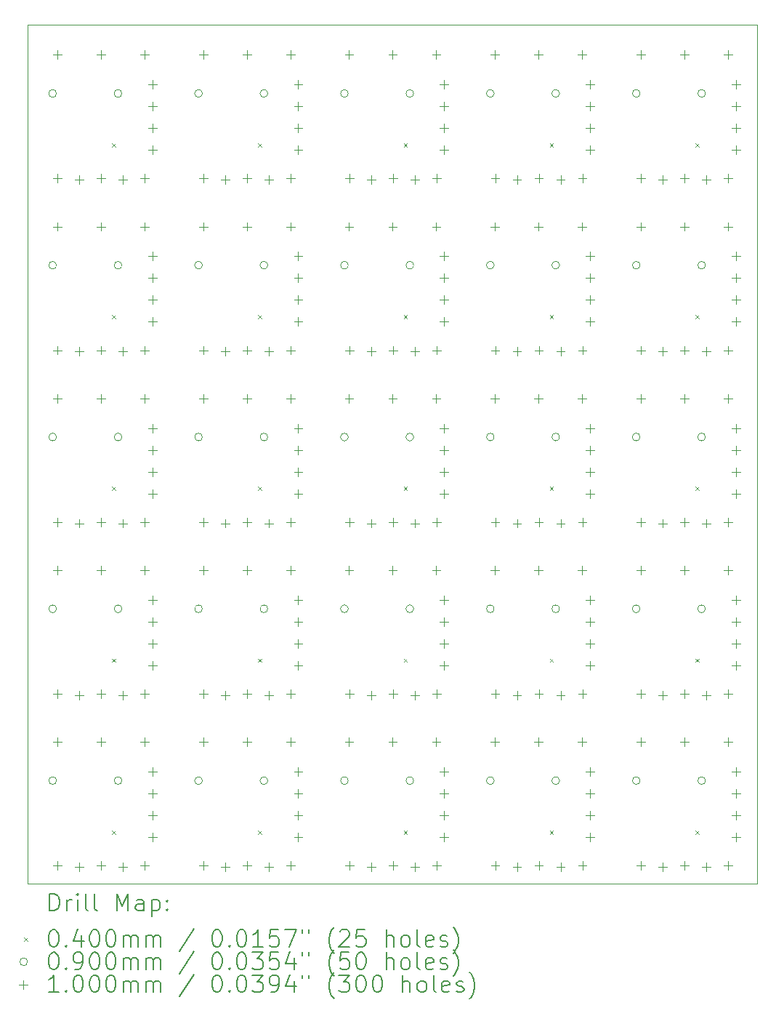
<source format=gbr>
%FSLAX45Y45*%
G04 Gerber Fmt 4.5, Leading zero omitted, Abs format (unit mm)*
G04 Created by KiCad (PCBNEW (6.0.5)) date 2022-07-01 01:15:07*
%MOMM*%
%LPD*%
G01*
G04 APERTURE LIST*
%TA.AperFunction,Profile*%
%ADD10C,0.100000*%
%TD*%
%ADD11C,0.200000*%
%ADD12C,0.040000*%
%ADD13C,0.090000*%
%ADD14C,0.100000*%
G04 APERTURE END LIST*
D10*
X13950000Y-8000000D02*
X22450000Y-8000000D01*
X22450000Y-8000000D02*
X22450000Y-18000000D01*
X22450000Y-18000000D02*
X13950000Y-18000000D01*
X13950000Y-18000000D02*
X13950000Y-8000000D01*
D11*
D12*
X14930000Y-9380000D02*
X14970000Y-9420000D01*
X14970000Y-9380000D02*
X14930000Y-9420000D01*
X14930000Y-11380000D02*
X14970000Y-11420000D01*
X14970000Y-11380000D02*
X14930000Y-11420000D01*
X14930000Y-13380000D02*
X14970000Y-13420000D01*
X14970000Y-13380000D02*
X14930000Y-13420000D01*
X14930000Y-15380000D02*
X14970000Y-15420000D01*
X14970000Y-15380000D02*
X14930000Y-15420000D01*
X14930000Y-17380000D02*
X14970000Y-17420000D01*
X14970000Y-17380000D02*
X14930000Y-17420000D01*
X16630000Y-9380000D02*
X16670000Y-9420000D01*
X16670000Y-9380000D02*
X16630000Y-9420000D01*
X16630000Y-11380000D02*
X16670000Y-11420000D01*
X16670000Y-11380000D02*
X16630000Y-11420000D01*
X16630000Y-13380000D02*
X16670000Y-13420000D01*
X16670000Y-13380000D02*
X16630000Y-13420000D01*
X16630000Y-15380000D02*
X16670000Y-15420000D01*
X16670000Y-15380000D02*
X16630000Y-15420000D01*
X16630000Y-17380000D02*
X16670000Y-17420000D01*
X16670000Y-17380000D02*
X16630000Y-17420000D01*
X18330000Y-9380000D02*
X18370000Y-9420000D01*
X18370000Y-9380000D02*
X18330000Y-9420000D01*
X18330000Y-11380000D02*
X18370000Y-11420000D01*
X18370000Y-11380000D02*
X18330000Y-11420000D01*
X18330000Y-13380000D02*
X18370000Y-13420000D01*
X18370000Y-13380000D02*
X18330000Y-13420000D01*
X18330000Y-15380000D02*
X18370000Y-15420000D01*
X18370000Y-15380000D02*
X18330000Y-15420000D01*
X18330000Y-17380000D02*
X18370000Y-17420000D01*
X18370000Y-17380000D02*
X18330000Y-17420000D01*
X20030000Y-9380000D02*
X20070000Y-9420000D01*
X20070000Y-9380000D02*
X20030000Y-9420000D01*
X20030000Y-11380000D02*
X20070000Y-11420000D01*
X20070000Y-11380000D02*
X20030000Y-11420000D01*
X20030000Y-13380000D02*
X20070000Y-13420000D01*
X20070000Y-13380000D02*
X20030000Y-13420000D01*
X20030000Y-15380000D02*
X20070000Y-15420000D01*
X20070000Y-15380000D02*
X20030000Y-15420000D01*
X20030000Y-17380000D02*
X20070000Y-17420000D01*
X20070000Y-17380000D02*
X20030000Y-17420000D01*
X21730000Y-9380000D02*
X21770000Y-9420000D01*
X21770000Y-9380000D02*
X21730000Y-9420000D01*
X21730000Y-11380000D02*
X21770000Y-11420000D01*
X21770000Y-11380000D02*
X21730000Y-11420000D01*
X21730000Y-13380000D02*
X21770000Y-13420000D01*
X21770000Y-13380000D02*
X21730000Y-13420000D01*
X21730000Y-15380000D02*
X21770000Y-15420000D01*
X21770000Y-15380000D02*
X21730000Y-15420000D01*
X21730000Y-17380000D02*
X21770000Y-17420000D01*
X21770000Y-17380000D02*
X21730000Y-17420000D01*
D13*
X14283000Y-8800000D02*
G75*
G03*
X14283000Y-8800000I-45000J0D01*
G01*
X14283000Y-10800000D02*
G75*
G03*
X14283000Y-10800000I-45000J0D01*
G01*
X14283000Y-12800000D02*
G75*
G03*
X14283000Y-12800000I-45000J0D01*
G01*
X14283000Y-14800000D02*
G75*
G03*
X14283000Y-14800000I-45000J0D01*
G01*
X14283000Y-16800000D02*
G75*
G03*
X14283000Y-16800000I-45000J0D01*
G01*
X15045000Y-8800000D02*
G75*
G03*
X15045000Y-8800000I-45000J0D01*
G01*
X15045000Y-10800000D02*
G75*
G03*
X15045000Y-10800000I-45000J0D01*
G01*
X15045000Y-12800000D02*
G75*
G03*
X15045000Y-12800000I-45000J0D01*
G01*
X15045000Y-14800000D02*
G75*
G03*
X15045000Y-14800000I-45000J0D01*
G01*
X15045000Y-16800000D02*
G75*
G03*
X15045000Y-16800000I-45000J0D01*
G01*
X15983000Y-8800000D02*
G75*
G03*
X15983000Y-8800000I-45000J0D01*
G01*
X15983000Y-10800000D02*
G75*
G03*
X15983000Y-10800000I-45000J0D01*
G01*
X15983000Y-12800000D02*
G75*
G03*
X15983000Y-12800000I-45000J0D01*
G01*
X15983000Y-14800000D02*
G75*
G03*
X15983000Y-14800000I-45000J0D01*
G01*
X15983000Y-16800000D02*
G75*
G03*
X15983000Y-16800000I-45000J0D01*
G01*
X16745000Y-8800000D02*
G75*
G03*
X16745000Y-8800000I-45000J0D01*
G01*
X16745000Y-10800000D02*
G75*
G03*
X16745000Y-10800000I-45000J0D01*
G01*
X16745000Y-12800000D02*
G75*
G03*
X16745000Y-12800000I-45000J0D01*
G01*
X16745000Y-14800000D02*
G75*
G03*
X16745000Y-14800000I-45000J0D01*
G01*
X16745000Y-16800000D02*
G75*
G03*
X16745000Y-16800000I-45000J0D01*
G01*
X17683000Y-8800000D02*
G75*
G03*
X17683000Y-8800000I-45000J0D01*
G01*
X17683000Y-10800000D02*
G75*
G03*
X17683000Y-10800000I-45000J0D01*
G01*
X17683000Y-12800000D02*
G75*
G03*
X17683000Y-12800000I-45000J0D01*
G01*
X17683000Y-14800000D02*
G75*
G03*
X17683000Y-14800000I-45000J0D01*
G01*
X17683000Y-16800000D02*
G75*
G03*
X17683000Y-16800000I-45000J0D01*
G01*
X18445000Y-8800000D02*
G75*
G03*
X18445000Y-8800000I-45000J0D01*
G01*
X18445000Y-10800000D02*
G75*
G03*
X18445000Y-10800000I-45000J0D01*
G01*
X18445000Y-12800000D02*
G75*
G03*
X18445000Y-12800000I-45000J0D01*
G01*
X18445000Y-14800000D02*
G75*
G03*
X18445000Y-14800000I-45000J0D01*
G01*
X18445000Y-16800000D02*
G75*
G03*
X18445000Y-16800000I-45000J0D01*
G01*
X19383000Y-8800000D02*
G75*
G03*
X19383000Y-8800000I-45000J0D01*
G01*
X19383000Y-10800000D02*
G75*
G03*
X19383000Y-10800000I-45000J0D01*
G01*
X19383000Y-12800000D02*
G75*
G03*
X19383000Y-12800000I-45000J0D01*
G01*
X19383000Y-14800000D02*
G75*
G03*
X19383000Y-14800000I-45000J0D01*
G01*
X19383000Y-16800000D02*
G75*
G03*
X19383000Y-16800000I-45000J0D01*
G01*
X20145000Y-8800000D02*
G75*
G03*
X20145000Y-8800000I-45000J0D01*
G01*
X20145000Y-10800000D02*
G75*
G03*
X20145000Y-10800000I-45000J0D01*
G01*
X20145000Y-12800000D02*
G75*
G03*
X20145000Y-12800000I-45000J0D01*
G01*
X20145000Y-14800000D02*
G75*
G03*
X20145000Y-14800000I-45000J0D01*
G01*
X20145000Y-16800000D02*
G75*
G03*
X20145000Y-16800000I-45000J0D01*
G01*
X21083000Y-8800000D02*
G75*
G03*
X21083000Y-8800000I-45000J0D01*
G01*
X21083000Y-10800000D02*
G75*
G03*
X21083000Y-10800000I-45000J0D01*
G01*
X21083000Y-12800000D02*
G75*
G03*
X21083000Y-12800000I-45000J0D01*
G01*
X21083000Y-14800000D02*
G75*
G03*
X21083000Y-14800000I-45000J0D01*
G01*
X21083000Y-16800000D02*
G75*
G03*
X21083000Y-16800000I-45000J0D01*
G01*
X21845000Y-8800000D02*
G75*
G03*
X21845000Y-8800000I-45000J0D01*
G01*
X21845000Y-10800000D02*
G75*
G03*
X21845000Y-10800000I-45000J0D01*
G01*
X21845000Y-12800000D02*
G75*
G03*
X21845000Y-12800000I-45000J0D01*
G01*
X21845000Y-14800000D02*
G75*
G03*
X21845000Y-14800000I-45000J0D01*
G01*
X21845000Y-16800000D02*
G75*
G03*
X21845000Y-16800000I-45000J0D01*
G01*
D14*
X14292000Y-8300000D02*
X14292000Y-8400000D01*
X14242000Y-8350000D02*
X14342000Y-8350000D01*
X14292000Y-10300000D02*
X14292000Y-10400000D01*
X14242000Y-10350000D02*
X14342000Y-10350000D01*
X14292000Y-12300000D02*
X14292000Y-12400000D01*
X14242000Y-12350000D02*
X14342000Y-12350000D01*
X14292000Y-14300000D02*
X14292000Y-14400000D01*
X14242000Y-14350000D02*
X14342000Y-14350000D01*
X14292000Y-16300000D02*
X14292000Y-16400000D01*
X14242000Y-16350000D02*
X14342000Y-16350000D01*
X14295000Y-9740000D02*
X14295000Y-9840000D01*
X14245000Y-9790000D02*
X14345000Y-9790000D01*
X14295000Y-11740000D02*
X14295000Y-11840000D01*
X14245000Y-11790000D02*
X14345000Y-11790000D01*
X14295000Y-13740000D02*
X14295000Y-13840000D01*
X14245000Y-13790000D02*
X14345000Y-13790000D01*
X14295000Y-15740000D02*
X14295000Y-15840000D01*
X14245000Y-15790000D02*
X14345000Y-15790000D01*
X14295000Y-17740000D02*
X14295000Y-17840000D01*
X14245000Y-17790000D02*
X14345000Y-17790000D01*
X14549000Y-9755000D02*
X14549000Y-9855000D01*
X14499000Y-9805000D02*
X14599000Y-9805000D01*
X14549000Y-11755000D02*
X14549000Y-11855000D01*
X14499000Y-11805000D02*
X14599000Y-11805000D01*
X14549000Y-13755000D02*
X14549000Y-13855000D01*
X14499000Y-13805000D02*
X14599000Y-13805000D01*
X14549000Y-15755000D02*
X14549000Y-15855000D01*
X14499000Y-15805000D02*
X14599000Y-15805000D01*
X14549000Y-17755000D02*
X14549000Y-17855000D01*
X14499000Y-17805000D02*
X14599000Y-17805000D01*
X14800000Y-8300000D02*
X14800000Y-8400000D01*
X14750000Y-8350000D02*
X14850000Y-8350000D01*
X14800000Y-10300000D02*
X14800000Y-10400000D01*
X14750000Y-10350000D02*
X14850000Y-10350000D01*
X14800000Y-12300000D02*
X14800000Y-12400000D01*
X14750000Y-12350000D02*
X14850000Y-12350000D01*
X14800000Y-14300000D02*
X14800000Y-14400000D01*
X14750000Y-14350000D02*
X14850000Y-14350000D01*
X14800000Y-16300000D02*
X14800000Y-16400000D01*
X14750000Y-16350000D02*
X14850000Y-16350000D01*
X14803000Y-9740000D02*
X14803000Y-9840000D01*
X14753000Y-9790000D02*
X14853000Y-9790000D01*
X14803000Y-11740000D02*
X14803000Y-11840000D01*
X14753000Y-11790000D02*
X14853000Y-11790000D01*
X14803000Y-13740000D02*
X14803000Y-13840000D01*
X14753000Y-13790000D02*
X14853000Y-13790000D01*
X14803000Y-15740000D02*
X14803000Y-15840000D01*
X14753000Y-15790000D02*
X14853000Y-15790000D01*
X14803000Y-17740000D02*
X14803000Y-17840000D01*
X14753000Y-17790000D02*
X14853000Y-17790000D01*
X15057000Y-9755000D02*
X15057000Y-9855000D01*
X15007000Y-9805000D02*
X15107000Y-9805000D01*
X15057000Y-11755000D02*
X15057000Y-11855000D01*
X15007000Y-11805000D02*
X15107000Y-11805000D01*
X15057000Y-13755000D02*
X15057000Y-13855000D01*
X15007000Y-13805000D02*
X15107000Y-13805000D01*
X15057000Y-15755000D02*
X15057000Y-15855000D01*
X15007000Y-15805000D02*
X15107000Y-15805000D01*
X15057000Y-17755000D02*
X15057000Y-17855000D01*
X15007000Y-17805000D02*
X15107000Y-17805000D01*
X15308000Y-8300000D02*
X15308000Y-8400000D01*
X15258000Y-8350000D02*
X15358000Y-8350000D01*
X15308000Y-10300000D02*
X15308000Y-10400000D01*
X15258000Y-10350000D02*
X15358000Y-10350000D01*
X15308000Y-12300000D02*
X15308000Y-12400000D01*
X15258000Y-12350000D02*
X15358000Y-12350000D01*
X15308000Y-14300000D02*
X15308000Y-14400000D01*
X15258000Y-14350000D02*
X15358000Y-14350000D01*
X15308000Y-16300000D02*
X15308000Y-16400000D01*
X15258000Y-16350000D02*
X15358000Y-16350000D01*
X15311000Y-9740000D02*
X15311000Y-9840000D01*
X15261000Y-9790000D02*
X15361000Y-9790000D01*
X15311000Y-11740000D02*
X15311000Y-11840000D01*
X15261000Y-11790000D02*
X15361000Y-11790000D01*
X15311000Y-13740000D02*
X15311000Y-13840000D01*
X15261000Y-13790000D02*
X15361000Y-13790000D01*
X15311000Y-15740000D02*
X15311000Y-15840000D01*
X15261000Y-15790000D02*
X15361000Y-15790000D01*
X15311000Y-17740000D02*
X15311000Y-17840000D01*
X15261000Y-17790000D02*
X15361000Y-17790000D01*
X15400000Y-8646000D02*
X15400000Y-8746000D01*
X15350000Y-8696000D02*
X15450000Y-8696000D01*
X15400000Y-8900000D02*
X15400000Y-9000000D01*
X15350000Y-8950000D02*
X15450000Y-8950000D01*
X15400000Y-9154000D02*
X15400000Y-9254000D01*
X15350000Y-9204000D02*
X15450000Y-9204000D01*
X15400000Y-9408000D02*
X15400000Y-9508000D01*
X15350000Y-9458000D02*
X15450000Y-9458000D01*
X15400000Y-10646000D02*
X15400000Y-10746000D01*
X15350000Y-10696000D02*
X15450000Y-10696000D01*
X15400000Y-10900000D02*
X15400000Y-11000000D01*
X15350000Y-10950000D02*
X15450000Y-10950000D01*
X15400000Y-11154000D02*
X15400000Y-11254000D01*
X15350000Y-11204000D02*
X15450000Y-11204000D01*
X15400000Y-11408000D02*
X15400000Y-11508000D01*
X15350000Y-11458000D02*
X15450000Y-11458000D01*
X15400000Y-12646000D02*
X15400000Y-12746000D01*
X15350000Y-12696000D02*
X15450000Y-12696000D01*
X15400000Y-12900000D02*
X15400000Y-13000000D01*
X15350000Y-12950000D02*
X15450000Y-12950000D01*
X15400000Y-13154000D02*
X15400000Y-13254000D01*
X15350000Y-13204000D02*
X15450000Y-13204000D01*
X15400000Y-13408000D02*
X15400000Y-13508000D01*
X15350000Y-13458000D02*
X15450000Y-13458000D01*
X15400000Y-14646000D02*
X15400000Y-14746000D01*
X15350000Y-14696000D02*
X15450000Y-14696000D01*
X15400000Y-14900000D02*
X15400000Y-15000000D01*
X15350000Y-14950000D02*
X15450000Y-14950000D01*
X15400000Y-15154000D02*
X15400000Y-15254000D01*
X15350000Y-15204000D02*
X15450000Y-15204000D01*
X15400000Y-15408000D02*
X15400000Y-15508000D01*
X15350000Y-15458000D02*
X15450000Y-15458000D01*
X15400000Y-16646000D02*
X15400000Y-16746000D01*
X15350000Y-16696000D02*
X15450000Y-16696000D01*
X15400000Y-16900000D02*
X15400000Y-17000000D01*
X15350000Y-16950000D02*
X15450000Y-16950000D01*
X15400000Y-17154000D02*
X15400000Y-17254000D01*
X15350000Y-17204000D02*
X15450000Y-17204000D01*
X15400000Y-17408000D02*
X15400000Y-17508000D01*
X15350000Y-17458000D02*
X15450000Y-17458000D01*
X15992000Y-8300000D02*
X15992000Y-8400000D01*
X15942000Y-8350000D02*
X16042000Y-8350000D01*
X15992000Y-10300000D02*
X15992000Y-10400000D01*
X15942000Y-10350000D02*
X16042000Y-10350000D01*
X15992000Y-12300000D02*
X15992000Y-12400000D01*
X15942000Y-12350000D02*
X16042000Y-12350000D01*
X15992000Y-14300000D02*
X15992000Y-14400000D01*
X15942000Y-14350000D02*
X16042000Y-14350000D01*
X15992000Y-16300000D02*
X15992000Y-16400000D01*
X15942000Y-16350000D02*
X16042000Y-16350000D01*
X15995000Y-9740000D02*
X15995000Y-9840000D01*
X15945000Y-9790000D02*
X16045000Y-9790000D01*
X15995000Y-11740000D02*
X15995000Y-11840000D01*
X15945000Y-11790000D02*
X16045000Y-11790000D01*
X15995000Y-13740000D02*
X15995000Y-13840000D01*
X15945000Y-13790000D02*
X16045000Y-13790000D01*
X15995000Y-15740000D02*
X15995000Y-15840000D01*
X15945000Y-15790000D02*
X16045000Y-15790000D01*
X15995000Y-17740000D02*
X15995000Y-17840000D01*
X15945000Y-17790000D02*
X16045000Y-17790000D01*
X16249000Y-9755000D02*
X16249000Y-9855000D01*
X16199000Y-9805000D02*
X16299000Y-9805000D01*
X16249000Y-11755000D02*
X16249000Y-11855000D01*
X16199000Y-11805000D02*
X16299000Y-11805000D01*
X16249000Y-13755000D02*
X16249000Y-13855000D01*
X16199000Y-13805000D02*
X16299000Y-13805000D01*
X16249000Y-15755000D02*
X16249000Y-15855000D01*
X16199000Y-15805000D02*
X16299000Y-15805000D01*
X16249000Y-17755000D02*
X16249000Y-17855000D01*
X16199000Y-17805000D02*
X16299000Y-17805000D01*
X16500000Y-8300000D02*
X16500000Y-8400000D01*
X16450000Y-8350000D02*
X16550000Y-8350000D01*
X16500000Y-10300000D02*
X16500000Y-10400000D01*
X16450000Y-10350000D02*
X16550000Y-10350000D01*
X16500000Y-12300000D02*
X16500000Y-12400000D01*
X16450000Y-12350000D02*
X16550000Y-12350000D01*
X16500000Y-14300000D02*
X16500000Y-14400000D01*
X16450000Y-14350000D02*
X16550000Y-14350000D01*
X16500000Y-16300000D02*
X16500000Y-16400000D01*
X16450000Y-16350000D02*
X16550000Y-16350000D01*
X16503000Y-9740000D02*
X16503000Y-9840000D01*
X16453000Y-9790000D02*
X16553000Y-9790000D01*
X16503000Y-11740000D02*
X16503000Y-11840000D01*
X16453000Y-11790000D02*
X16553000Y-11790000D01*
X16503000Y-13740000D02*
X16503000Y-13840000D01*
X16453000Y-13790000D02*
X16553000Y-13790000D01*
X16503000Y-15740000D02*
X16503000Y-15840000D01*
X16453000Y-15790000D02*
X16553000Y-15790000D01*
X16503000Y-17740000D02*
X16503000Y-17840000D01*
X16453000Y-17790000D02*
X16553000Y-17790000D01*
X16757000Y-9755000D02*
X16757000Y-9855000D01*
X16707000Y-9805000D02*
X16807000Y-9805000D01*
X16757000Y-11755000D02*
X16757000Y-11855000D01*
X16707000Y-11805000D02*
X16807000Y-11805000D01*
X16757000Y-13755000D02*
X16757000Y-13855000D01*
X16707000Y-13805000D02*
X16807000Y-13805000D01*
X16757000Y-15755000D02*
X16757000Y-15855000D01*
X16707000Y-15805000D02*
X16807000Y-15805000D01*
X16757000Y-17755000D02*
X16757000Y-17855000D01*
X16707000Y-17805000D02*
X16807000Y-17805000D01*
X17008000Y-8300000D02*
X17008000Y-8400000D01*
X16958000Y-8350000D02*
X17058000Y-8350000D01*
X17008000Y-10300000D02*
X17008000Y-10400000D01*
X16958000Y-10350000D02*
X17058000Y-10350000D01*
X17008000Y-12300000D02*
X17008000Y-12400000D01*
X16958000Y-12350000D02*
X17058000Y-12350000D01*
X17008000Y-14300000D02*
X17008000Y-14400000D01*
X16958000Y-14350000D02*
X17058000Y-14350000D01*
X17008000Y-16300000D02*
X17008000Y-16400000D01*
X16958000Y-16350000D02*
X17058000Y-16350000D01*
X17011000Y-9740000D02*
X17011000Y-9840000D01*
X16961000Y-9790000D02*
X17061000Y-9790000D01*
X17011000Y-11740000D02*
X17011000Y-11840000D01*
X16961000Y-11790000D02*
X17061000Y-11790000D01*
X17011000Y-13740000D02*
X17011000Y-13840000D01*
X16961000Y-13790000D02*
X17061000Y-13790000D01*
X17011000Y-15740000D02*
X17011000Y-15840000D01*
X16961000Y-15790000D02*
X17061000Y-15790000D01*
X17011000Y-17740000D02*
X17011000Y-17840000D01*
X16961000Y-17790000D02*
X17061000Y-17790000D01*
X17100000Y-8646000D02*
X17100000Y-8746000D01*
X17050000Y-8696000D02*
X17150000Y-8696000D01*
X17100000Y-8900000D02*
X17100000Y-9000000D01*
X17050000Y-8950000D02*
X17150000Y-8950000D01*
X17100000Y-9154000D02*
X17100000Y-9254000D01*
X17050000Y-9204000D02*
X17150000Y-9204000D01*
X17100000Y-9408000D02*
X17100000Y-9508000D01*
X17050000Y-9458000D02*
X17150000Y-9458000D01*
X17100000Y-10646000D02*
X17100000Y-10746000D01*
X17050000Y-10696000D02*
X17150000Y-10696000D01*
X17100000Y-10900000D02*
X17100000Y-11000000D01*
X17050000Y-10950000D02*
X17150000Y-10950000D01*
X17100000Y-11154000D02*
X17100000Y-11254000D01*
X17050000Y-11204000D02*
X17150000Y-11204000D01*
X17100000Y-11408000D02*
X17100000Y-11508000D01*
X17050000Y-11458000D02*
X17150000Y-11458000D01*
X17100000Y-12646000D02*
X17100000Y-12746000D01*
X17050000Y-12696000D02*
X17150000Y-12696000D01*
X17100000Y-12900000D02*
X17100000Y-13000000D01*
X17050000Y-12950000D02*
X17150000Y-12950000D01*
X17100000Y-13154000D02*
X17100000Y-13254000D01*
X17050000Y-13204000D02*
X17150000Y-13204000D01*
X17100000Y-13408000D02*
X17100000Y-13508000D01*
X17050000Y-13458000D02*
X17150000Y-13458000D01*
X17100000Y-14646000D02*
X17100000Y-14746000D01*
X17050000Y-14696000D02*
X17150000Y-14696000D01*
X17100000Y-14900000D02*
X17100000Y-15000000D01*
X17050000Y-14950000D02*
X17150000Y-14950000D01*
X17100000Y-15154000D02*
X17100000Y-15254000D01*
X17050000Y-15204000D02*
X17150000Y-15204000D01*
X17100000Y-15408000D02*
X17100000Y-15508000D01*
X17050000Y-15458000D02*
X17150000Y-15458000D01*
X17100000Y-16646000D02*
X17100000Y-16746000D01*
X17050000Y-16696000D02*
X17150000Y-16696000D01*
X17100000Y-16900000D02*
X17100000Y-17000000D01*
X17050000Y-16950000D02*
X17150000Y-16950000D01*
X17100000Y-17154000D02*
X17100000Y-17254000D01*
X17050000Y-17204000D02*
X17150000Y-17204000D01*
X17100000Y-17408000D02*
X17100000Y-17508000D01*
X17050000Y-17458000D02*
X17150000Y-17458000D01*
X17692000Y-8300000D02*
X17692000Y-8400000D01*
X17642000Y-8350000D02*
X17742000Y-8350000D01*
X17692000Y-10300000D02*
X17692000Y-10400000D01*
X17642000Y-10350000D02*
X17742000Y-10350000D01*
X17692000Y-12300000D02*
X17692000Y-12400000D01*
X17642000Y-12350000D02*
X17742000Y-12350000D01*
X17692000Y-14300000D02*
X17692000Y-14400000D01*
X17642000Y-14350000D02*
X17742000Y-14350000D01*
X17692000Y-16300000D02*
X17692000Y-16400000D01*
X17642000Y-16350000D02*
X17742000Y-16350000D01*
X17695000Y-9740000D02*
X17695000Y-9840000D01*
X17645000Y-9790000D02*
X17745000Y-9790000D01*
X17695000Y-11740000D02*
X17695000Y-11840000D01*
X17645000Y-11790000D02*
X17745000Y-11790000D01*
X17695000Y-13740000D02*
X17695000Y-13840000D01*
X17645000Y-13790000D02*
X17745000Y-13790000D01*
X17695000Y-15740000D02*
X17695000Y-15840000D01*
X17645000Y-15790000D02*
X17745000Y-15790000D01*
X17695000Y-17740000D02*
X17695000Y-17840000D01*
X17645000Y-17790000D02*
X17745000Y-17790000D01*
X17949000Y-9755000D02*
X17949000Y-9855000D01*
X17899000Y-9805000D02*
X17999000Y-9805000D01*
X17949000Y-11755000D02*
X17949000Y-11855000D01*
X17899000Y-11805000D02*
X17999000Y-11805000D01*
X17949000Y-13755000D02*
X17949000Y-13855000D01*
X17899000Y-13805000D02*
X17999000Y-13805000D01*
X17949000Y-15755000D02*
X17949000Y-15855000D01*
X17899000Y-15805000D02*
X17999000Y-15805000D01*
X17949000Y-17755000D02*
X17949000Y-17855000D01*
X17899000Y-17805000D02*
X17999000Y-17805000D01*
X18200000Y-8300000D02*
X18200000Y-8400000D01*
X18150000Y-8350000D02*
X18250000Y-8350000D01*
X18200000Y-10300000D02*
X18200000Y-10400000D01*
X18150000Y-10350000D02*
X18250000Y-10350000D01*
X18200000Y-12300000D02*
X18200000Y-12400000D01*
X18150000Y-12350000D02*
X18250000Y-12350000D01*
X18200000Y-14300000D02*
X18200000Y-14400000D01*
X18150000Y-14350000D02*
X18250000Y-14350000D01*
X18200000Y-16300000D02*
X18200000Y-16400000D01*
X18150000Y-16350000D02*
X18250000Y-16350000D01*
X18203000Y-9740000D02*
X18203000Y-9840000D01*
X18153000Y-9790000D02*
X18253000Y-9790000D01*
X18203000Y-11740000D02*
X18203000Y-11840000D01*
X18153000Y-11790000D02*
X18253000Y-11790000D01*
X18203000Y-13740000D02*
X18203000Y-13840000D01*
X18153000Y-13790000D02*
X18253000Y-13790000D01*
X18203000Y-15740000D02*
X18203000Y-15840000D01*
X18153000Y-15790000D02*
X18253000Y-15790000D01*
X18203000Y-17740000D02*
X18203000Y-17840000D01*
X18153000Y-17790000D02*
X18253000Y-17790000D01*
X18457000Y-9755000D02*
X18457000Y-9855000D01*
X18407000Y-9805000D02*
X18507000Y-9805000D01*
X18457000Y-11755000D02*
X18457000Y-11855000D01*
X18407000Y-11805000D02*
X18507000Y-11805000D01*
X18457000Y-13755000D02*
X18457000Y-13855000D01*
X18407000Y-13805000D02*
X18507000Y-13805000D01*
X18457000Y-15755000D02*
X18457000Y-15855000D01*
X18407000Y-15805000D02*
X18507000Y-15805000D01*
X18457000Y-17755000D02*
X18457000Y-17855000D01*
X18407000Y-17805000D02*
X18507000Y-17805000D01*
X18708000Y-8300000D02*
X18708000Y-8400000D01*
X18658000Y-8350000D02*
X18758000Y-8350000D01*
X18708000Y-10300000D02*
X18708000Y-10400000D01*
X18658000Y-10350000D02*
X18758000Y-10350000D01*
X18708000Y-12300000D02*
X18708000Y-12400000D01*
X18658000Y-12350000D02*
X18758000Y-12350000D01*
X18708000Y-14300000D02*
X18708000Y-14400000D01*
X18658000Y-14350000D02*
X18758000Y-14350000D01*
X18708000Y-16300000D02*
X18708000Y-16400000D01*
X18658000Y-16350000D02*
X18758000Y-16350000D01*
X18711000Y-9740000D02*
X18711000Y-9840000D01*
X18661000Y-9790000D02*
X18761000Y-9790000D01*
X18711000Y-11740000D02*
X18711000Y-11840000D01*
X18661000Y-11790000D02*
X18761000Y-11790000D01*
X18711000Y-13740000D02*
X18711000Y-13840000D01*
X18661000Y-13790000D02*
X18761000Y-13790000D01*
X18711000Y-15740000D02*
X18711000Y-15840000D01*
X18661000Y-15790000D02*
X18761000Y-15790000D01*
X18711000Y-17740000D02*
X18711000Y-17840000D01*
X18661000Y-17790000D02*
X18761000Y-17790000D01*
X18800000Y-8646000D02*
X18800000Y-8746000D01*
X18750000Y-8696000D02*
X18850000Y-8696000D01*
X18800000Y-8900000D02*
X18800000Y-9000000D01*
X18750000Y-8950000D02*
X18850000Y-8950000D01*
X18800000Y-9154000D02*
X18800000Y-9254000D01*
X18750000Y-9204000D02*
X18850000Y-9204000D01*
X18800000Y-9408000D02*
X18800000Y-9508000D01*
X18750000Y-9458000D02*
X18850000Y-9458000D01*
X18800000Y-10646000D02*
X18800000Y-10746000D01*
X18750000Y-10696000D02*
X18850000Y-10696000D01*
X18800000Y-10900000D02*
X18800000Y-11000000D01*
X18750000Y-10950000D02*
X18850000Y-10950000D01*
X18800000Y-11154000D02*
X18800000Y-11254000D01*
X18750000Y-11204000D02*
X18850000Y-11204000D01*
X18800000Y-11408000D02*
X18800000Y-11508000D01*
X18750000Y-11458000D02*
X18850000Y-11458000D01*
X18800000Y-12646000D02*
X18800000Y-12746000D01*
X18750000Y-12696000D02*
X18850000Y-12696000D01*
X18800000Y-12900000D02*
X18800000Y-13000000D01*
X18750000Y-12950000D02*
X18850000Y-12950000D01*
X18800000Y-13154000D02*
X18800000Y-13254000D01*
X18750000Y-13204000D02*
X18850000Y-13204000D01*
X18800000Y-13408000D02*
X18800000Y-13508000D01*
X18750000Y-13458000D02*
X18850000Y-13458000D01*
X18800000Y-14646000D02*
X18800000Y-14746000D01*
X18750000Y-14696000D02*
X18850000Y-14696000D01*
X18800000Y-14900000D02*
X18800000Y-15000000D01*
X18750000Y-14950000D02*
X18850000Y-14950000D01*
X18800000Y-15154000D02*
X18800000Y-15254000D01*
X18750000Y-15204000D02*
X18850000Y-15204000D01*
X18800000Y-15408000D02*
X18800000Y-15508000D01*
X18750000Y-15458000D02*
X18850000Y-15458000D01*
X18800000Y-16646000D02*
X18800000Y-16746000D01*
X18750000Y-16696000D02*
X18850000Y-16696000D01*
X18800000Y-16900000D02*
X18800000Y-17000000D01*
X18750000Y-16950000D02*
X18850000Y-16950000D01*
X18800000Y-17154000D02*
X18800000Y-17254000D01*
X18750000Y-17204000D02*
X18850000Y-17204000D01*
X18800000Y-17408000D02*
X18800000Y-17508000D01*
X18750000Y-17458000D02*
X18850000Y-17458000D01*
X19392000Y-8300000D02*
X19392000Y-8400000D01*
X19342000Y-8350000D02*
X19442000Y-8350000D01*
X19392000Y-10300000D02*
X19392000Y-10400000D01*
X19342000Y-10350000D02*
X19442000Y-10350000D01*
X19392000Y-12300000D02*
X19392000Y-12400000D01*
X19342000Y-12350000D02*
X19442000Y-12350000D01*
X19392000Y-14300000D02*
X19392000Y-14400000D01*
X19342000Y-14350000D02*
X19442000Y-14350000D01*
X19392000Y-16300000D02*
X19392000Y-16400000D01*
X19342000Y-16350000D02*
X19442000Y-16350000D01*
X19395000Y-9740000D02*
X19395000Y-9840000D01*
X19345000Y-9790000D02*
X19445000Y-9790000D01*
X19395000Y-11740000D02*
X19395000Y-11840000D01*
X19345000Y-11790000D02*
X19445000Y-11790000D01*
X19395000Y-13740000D02*
X19395000Y-13840000D01*
X19345000Y-13790000D02*
X19445000Y-13790000D01*
X19395000Y-15740000D02*
X19395000Y-15840000D01*
X19345000Y-15790000D02*
X19445000Y-15790000D01*
X19395000Y-17740000D02*
X19395000Y-17840000D01*
X19345000Y-17790000D02*
X19445000Y-17790000D01*
X19649000Y-9755000D02*
X19649000Y-9855000D01*
X19599000Y-9805000D02*
X19699000Y-9805000D01*
X19649000Y-11755000D02*
X19649000Y-11855000D01*
X19599000Y-11805000D02*
X19699000Y-11805000D01*
X19649000Y-13755000D02*
X19649000Y-13855000D01*
X19599000Y-13805000D02*
X19699000Y-13805000D01*
X19649000Y-15755000D02*
X19649000Y-15855000D01*
X19599000Y-15805000D02*
X19699000Y-15805000D01*
X19649000Y-17755000D02*
X19649000Y-17855000D01*
X19599000Y-17805000D02*
X19699000Y-17805000D01*
X19900000Y-8300000D02*
X19900000Y-8400000D01*
X19850000Y-8350000D02*
X19950000Y-8350000D01*
X19900000Y-10300000D02*
X19900000Y-10400000D01*
X19850000Y-10350000D02*
X19950000Y-10350000D01*
X19900000Y-12300000D02*
X19900000Y-12400000D01*
X19850000Y-12350000D02*
X19950000Y-12350000D01*
X19900000Y-14300000D02*
X19900000Y-14400000D01*
X19850000Y-14350000D02*
X19950000Y-14350000D01*
X19900000Y-16300000D02*
X19900000Y-16400000D01*
X19850000Y-16350000D02*
X19950000Y-16350000D01*
X19903000Y-9740000D02*
X19903000Y-9840000D01*
X19853000Y-9790000D02*
X19953000Y-9790000D01*
X19903000Y-11740000D02*
X19903000Y-11840000D01*
X19853000Y-11790000D02*
X19953000Y-11790000D01*
X19903000Y-13740000D02*
X19903000Y-13840000D01*
X19853000Y-13790000D02*
X19953000Y-13790000D01*
X19903000Y-15740000D02*
X19903000Y-15840000D01*
X19853000Y-15790000D02*
X19953000Y-15790000D01*
X19903000Y-17740000D02*
X19903000Y-17840000D01*
X19853000Y-17790000D02*
X19953000Y-17790000D01*
X20157000Y-9755000D02*
X20157000Y-9855000D01*
X20107000Y-9805000D02*
X20207000Y-9805000D01*
X20157000Y-11755000D02*
X20157000Y-11855000D01*
X20107000Y-11805000D02*
X20207000Y-11805000D01*
X20157000Y-13755000D02*
X20157000Y-13855000D01*
X20107000Y-13805000D02*
X20207000Y-13805000D01*
X20157000Y-15755000D02*
X20157000Y-15855000D01*
X20107000Y-15805000D02*
X20207000Y-15805000D01*
X20157000Y-17755000D02*
X20157000Y-17855000D01*
X20107000Y-17805000D02*
X20207000Y-17805000D01*
X20408000Y-8300000D02*
X20408000Y-8400000D01*
X20358000Y-8350000D02*
X20458000Y-8350000D01*
X20408000Y-10300000D02*
X20408000Y-10400000D01*
X20358000Y-10350000D02*
X20458000Y-10350000D01*
X20408000Y-12300000D02*
X20408000Y-12400000D01*
X20358000Y-12350000D02*
X20458000Y-12350000D01*
X20408000Y-14300000D02*
X20408000Y-14400000D01*
X20358000Y-14350000D02*
X20458000Y-14350000D01*
X20408000Y-16300000D02*
X20408000Y-16400000D01*
X20358000Y-16350000D02*
X20458000Y-16350000D01*
X20411000Y-9740000D02*
X20411000Y-9840000D01*
X20361000Y-9790000D02*
X20461000Y-9790000D01*
X20411000Y-11740000D02*
X20411000Y-11840000D01*
X20361000Y-11790000D02*
X20461000Y-11790000D01*
X20411000Y-13740000D02*
X20411000Y-13840000D01*
X20361000Y-13790000D02*
X20461000Y-13790000D01*
X20411000Y-15740000D02*
X20411000Y-15840000D01*
X20361000Y-15790000D02*
X20461000Y-15790000D01*
X20411000Y-17740000D02*
X20411000Y-17840000D01*
X20361000Y-17790000D02*
X20461000Y-17790000D01*
X20500000Y-8646000D02*
X20500000Y-8746000D01*
X20450000Y-8696000D02*
X20550000Y-8696000D01*
X20500000Y-8900000D02*
X20500000Y-9000000D01*
X20450000Y-8950000D02*
X20550000Y-8950000D01*
X20500000Y-9154000D02*
X20500000Y-9254000D01*
X20450000Y-9204000D02*
X20550000Y-9204000D01*
X20500000Y-9408000D02*
X20500000Y-9508000D01*
X20450000Y-9458000D02*
X20550000Y-9458000D01*
X20500000Y-10646000D02*
X20500000Y-10746000D01*
X20450000Y-10696000D02*
X20550000Y-10696000D01*
X20500000Y-10900000D02*
X20500000Y-11000000D01*
X20450000Y-10950000D02*
X20550000Y-10950000D01*
X20500000Y-11154000D02*
X20500000Y-11254000D01*
X20450000Y-11204000D02*
X20550000Y-11204000D01*
X20500000Y-11408000D02*
X20500000Y-11508000D01*
X20450000Y-11458000D02*
X20550000Y-11458000D01*
X20500000Y-12646000D02*
X20500000Y-12746000D01*
X20450000Y-12696000D02*
X20550000Y-12696000D01*
X20500000Y-12900000D02*
X20500000Y-13000000D01*
X20450000Y-12950000D02*
X20550000Y-12950000D01*
X20500000Y-13154000D02*
X20500000Y-13254000D01*
X20450000Y-13204000D02*
X20550000Y-13204000D01*
X20500000Y-13408000D02*
X20500000Y-13508000D01*
X20450000Y-13458000D02*
X20550000Y-13458000D01*
X20500000Y-14646000D02*
X20500000Y-14746000D01*
X20450000Y-14696000D02*
X20550000Y-14696000D01*
X20500000Y-14900000D02*
X20500000Y-15000000D01*
X20450000Y-14950000D02*
X20550000Y-14950000D01*
X20500000Y-15154000D02*
X20500000Y-15254000D01*
X20450000Y-15204000D02*
X20550000Y-15204000D01*
X20500000Y-15408000D02*
X20500000Y-15508000D01*
X20450000Y-15458000D02*
X20550000Y-15458000D01*
X20500000Y-16646000D02*
X20500000Y-16746000D01*
X20450000Y-16696000D02*
X20550000Y-16696000D01*
X20500000Y-16900000D02*
X20500000Y-17000000D01*
X20450000Y-16950000D02*
X20550000Y-16950000D01*
X20500000Y-17154000D02*
X20500000Y-17254000D01*
X20450000Y-17204000D02*
X20550000Y-17204000D01*
X20500000Y-17408000D02*
X20500000Y-17508000D01*
X20450000Y-17458000D02*
X20550000Y-17458000D01*
X21092000Y-8300000D02*
X21092000Y-8400000D01*
X21042000Y-8350000D02*
X21142000Y-8350000D01*
X21092000Y-10300000D02*
X21092000Y-10400000D01*
X21042000Y-10350000D02*
X21142000Y-10350000D01*
X21092000Y-12300000D02*
X21092000Y-12400000D01*
X21042000Y-12350000D02*
X21142000Y-12350000D01*
X21092000Y-14300000D02*
X21092000Y-14400000D01*
X21042000Y-14350000D02*
X21142000Y-14350000D01*
X21092000Y-16300000D02*
X21092000Y-16400000D01*
X21042000Y-16350000D02*
X21142000Y-16350000D01*
X21095000Y-9740000D02*
X21095000Y-9840000D01*
X21045000Y-9790000D02*
X21145000Y-9790000D01*
X21095000Y-11740000D02*
X21095000Y-11840000D01*
X21045000Y-11790000D02*
X21145000Y-11790000D01*
X21095000Y-13740000D02*
X21095000Y-13840000D01*
X21045000Y-13790000D02*
X21145000Y-13790000D01*
X21095000Y-15740000D02*
X21095000Y-15840000D01*
X21045000Y-15790000D02*
X21145000Y-15790000D01*
X21095000Y-17740000D02*
X21095000Y-17840000D01*
X21045000Y-17790000D02*
X21145000Y-17790000D01*
X21349000Y-9755000D02*
X21349000Y-9855000D01*
X21299000Y-9805000D02*
X21399000Y-9805000D01*
X21349000Y-11755000D02*
X21349000Y-11855000D01*
X21299000Y-11805000D02*
X21399000Y-11805000D01*
X21349000Y-13755000D02*
X21349000Y-13855000D01*
X21299000Y-13805000D02*
X21399000Y-13805000D01*
X21349000Y-15755000D02*
X21349000Y-15855000D01*
X21299000Y-15805000D02*
X21399000Y-15805000D01*
X21349000Y-17755000D02*
X21349000Y-17855000D01*
X21299000Y-17805000D02*
X21399000Y-17805000D01*
X21600000Y-8300000D02*
X21600000Y-8400000D01*
X21550000Y-8350000D02*
X21650000Y-8350000D01*
X21600000Y-10300000D02*
X21600000Y-10400000D01*
X21550000Y-10350000D02*
X21650000Y-10350000D01*
X21600000Y-12300000D02*
X21600000Y-12400000D01*
X21550000Y-12350000D02*
X21650000Y-12350000D01*
X21600000Y-14300000D02*
X21600000Y-14400000D01*
X21550000Y-14350000D02*
X21650000Y-14350000D01*
X21600000Y-16300000D02*
X21600000Y-16400000D01*
X21550000Y-16350000D02*
X21650000Y-16350000D01*
X21603000Y-9740000D02*
X21603000Y-9840000D01*
X21553000Y-9790000D02*
X21653000Y-9790000D01*
X21603000Y-11740000D02*
X21603000Y-11840000D01*
X21553000Y-11790000D02*
X21653000Y-11790000D01*
X21603000Y-13740000D02*
X21603000Y-13840000D01*
X21553000Y-13790000D02*
X21653000Y-13790000D01*
X21603000Y-15740000D02*
X21603000Y-15840000D01*
X21553000Y-15790000D02*
X21653000Y-15790000D01*
X21603000Y-17740000D02*
X21603000Y-17840000D01*
X21553000Y-17790000D02*
X21653000Y-17790000D01*
X21857000Y-9755000D02*
X21857000Y-9855000D01*
X21807000Y-9805000D02*
X21907000Y-9805000D01*
X21857000Y-11755000D02*
X21857000Y-11855000D01*
X21807000Y-11805000D02*
X21907000Y-11805000D01*
X21857000Y-13755000D02*
X21857000Y-13855000D01*
X21807000Y-13805000D02*
X21907000Y-13805000D01*
X21857000Y-15755000D02*
X21857000Y-15855000D01*
X21807000Y-15805000D02*
X21907000Y-15805000D01*
X21857000Y-17755000D02*
X21857000Y-17855000D01*
X21807000Y-17805000D02*
X21907000Y-17805000D01*
X22108000Y-8300000D02*
X22108000Y-8400000D01*
X22058000Y-8350000D02*
X22158000Y-8350000D01*
X22108000Y-10300000D02*
X22108000Y-10400000D01*
X22058000Y-10350000D02*
X22158000Y-10350000D01*
X22108000Y-12300000D02*
X22108000Y-12400000D01*
X22058000Y-12350000D02*
X22158000Y-12350000D01*
X22108000Y-14300000D02*
X22108000Y-14400000D01*
X22058000Y-14350000D02*
X22158000Y-14350000D01*
X22108000Y-16300000D02*
X22108000Y-16400000D01*
X22058000Y-16350000D02*
X22158000Y-16350000D01*
X22111000Y-9740000D02*
X22111000Y-9840000D01*
X22061000Y-9790000D02*
X22161000Y-9790000D01*
X22111000Y-11740000D02*
X22111000Y-11840000D01*
X22061000Y-11790000D02*
X22161000Y-11790000D01*
X22111000Y-13740000D02*
X22111000Y-13840000D01*
X22061000Y-13790000D02*
X22161000Y-13790000D01*
X22111000Y-15740000D02*
X22111000Y-15840000D01*
X22061000Y-15790000D02*
X22161000Y-15790000D01*
X22111000Y-17740000D02*
X22111000Y-17840000D01*
X22061000Y-17790000D02*
X22161000Y-17790000D01*
X22200000Y-8646000D02*
X22200000Y-8746000D01*
X22150000Y-8696000D02*
X22250000Y-8696000D01*
X22200000Y-8900000D02*
X22200000Y-9000000D01*
X22150000Y-8950000D02*
X22250000Y-8950000D01*
X22200000Y-9154000D02*
X22200000Y-9254000D01*
X22150000Y-9204000D02*
X22250000Y-9204000D01*
X22200000Y-9408000D02*
X22200000Y-9508000D01*
X22150000Y-9458000D02*
X22250000Y-9458000D01*
X22200000Y-10646000D02*
X22200000Y-10746000D01*
X22150000Y-10696000D02*
X22250000Y-10696000D01*
X22200000Y-10900000D02*
X22200000Y-11000000D01*
X22150000Y-10950000D02*
X22250000Y-10950000D01*
X22200000Y-11154000D02*
X22200000Y-11254000D01*
X22150000Y-11204000D02*
X22250000Y-11204000D01*
X22200000Y-11408000D02*
X22200000Y-11508000D01*
X22150000Y-11458000D02*
X22250000Y-11458000D01*
X22200000Y-12646000D02*
X22200000Y-12746000D01*
X22150000Y-12696000D02*
X22250000Y-12696000D01*
X22200000Y-12900000D02*
X22200000Y-13000000D01*
X22150000Y-12950000D02*
X22250000Y-12950000D01*
X22200000Y-13154000D02*
X22200000Y-13254000D01*
X22150000Y-13204000D02*
X22250000Y-13204000D01*
X22200000Y-13408000D02*
X22200000Y-13508000D01*
X22150000Y-13458000D02*
X22250000Y-13458000D01*
X22200000Y-14646000D02*
X22200000Y-14746000D01*
X22150000Y-14696000D02*
X22250000Y-14696000D01*
X22200000Y-14900000D02*
X22200000Y-15000000D01*
X22150000Y-14950000D02*
X22250000Y-14950000D01*
X22200000Y-15154000D02*
X22200000Y-15254000D01*
X22150000Y-15204000D02*
X22250000Y-15204000D01*
X22200000Y-15408000D02*
X22200000Y-15508000D01*
X22150000Y-15458000D02*
X22250000Y-15458000D01*
X22200000Y-16646000D02*
X22200000Y-16746000D01*
X22150000Y-16696000D02*
X22250000Y-16696000D01*
X22200000Y-16900000D02*
X22200000Y-17000000D01*
X22150000Y-16950000D02*
X22250000Y-16950000D01*
X22200000Y-17154000D02*
X22200000Y-17254000D01*
X22150000Y-17204000D02*
X22250000Y-17204000D01*
X22200000Y-17408000D02*
X22200000Y-17508000D01*
X22150000Y-17458000D02*
X22250000Y-17458000D01*
D11*
X14202619Y-18315476D02*
X14202619Y-18115476D01*
X14250238Y-18115476D01*
X14278809Y-18125000D01*
X14297857Y-18144048D01*
X14307381Y-18163095D01*
X14316905Y-18201190D01*
X14316905Y-18229762D01*
X14307381Y-18267857D01*
X14297857Y-18286905D01*
X14278809Y-18305952D01*
X14250238Y-18315476D01*
X14202619Y-18315476D01*
X14402619Y-18315476D02*
X14402619Y-18182143D01*
X14402619Y-18220238D02*
X14412143Y-18201190D01*
X14421667Y-18191667D01*
X14440714Y-18182143D01*
X14459762Y-18182143D01*
X14526428Y-18315476D02*
X14526428Y-18182143D01*
X14526428Y-18115476D02*
X14516905Y-18125000D01*
X14526428Y-18134524D01*
X14535952Y-18125000D01*
X14526428Y-18115476D01*
X14526428Y-18134524D01*
X14650238Y-18315476D02*
X14631190Y-18305952D01*
X14621667Y-18286905D01*
X14621667Y-18115476D01*
X14755000Y-18315476D02*
X14735952Y-18305952D01*
X14726428Y-18286905D01*
X14726428Y-18115476D01*
X14983571Y-18315476D02*
X14983571Y-18115476D01*
X15050238Y-18258333D01*
X15116905Y-18115476D01*
X15116905Y-18315476D01*
X15297857Y-18315476D02*
X15297857Y-18210714D01*
X15288333Y-18191667D01*
X15269286Y-18182143D01*
X15231190Y-18182143D01*
X15212143Y-18191667D01*
X15297857Y-18305952D02*
X15278809Y-18315476D01*
X15231190Y-18315476D01*
X15212143Y-18305952D01*
X15202619Y-18286905D01*
X15202619Y-18267857D01*
X15212143Y-18248810D01*
X15231190Y-18239286D01*
X15278809Y-18239286D01*
X15297857Y-18229762D01*
X15393095Y-18182143D02*
X15393095Y-18382143D01*
X15393095Y-18191667D02*
X15412143Y-18182143D01*
X15450238Y-18182143D01*
X15469286Y-18191667D01*
X15478809Y-18201190D01*
X15488333Y-18220238D01*
X15488333Y-18277381D01*
X15478809Y-18296429D01*
X15469286Y-18305952D01*
X15450238Y-18315476D01*
X15412143Y-18315476D01*
X15393095Y-18305952D01*
X15574048Y-18296429D02*
X15583571Y-18305952D01*
X15574048Y-18315476D01*
X15564524Y-18305952D01*
X15574048Y-18296429D01*
X15574048Y-18315476D01*
X15574048Y-18191667D02*
X15583571Y-18201190D01*
X15574048Y-18210714D01*
X15564524Y-18201190D01*
X15574048Y-18191667D01*
X15574048Y-18210714D01*
D12*
X13905000Y-18625000D02*
X13945000Y-18665000D01*
X13945000Y-18625000D02*
X13905000Y-18665000D01*
D11*
X14240714Y-18535476D02*
X14259762Y-18535476D01*
X14278809Y-18545000D01*
X14288333Y-18554524D01*
X14297857Y-18573571D01*
X14307381Y-18611667D01*
X14307381Y-18659286D01*
X14297857Y-18697381D01*
X14288333Y-18716429D01*
X14278809Y-18725952D01*
X14259762Y-18735476D01*
X14240714Y-18735476D01*
X14221667Y-18725952D01*
X14212143Y-18716429D01*
X14202619Y-18697381D01*
X14193095Y-18659286D01*
X14193095Y-18611667D01*
X14202619Y-18573571D01*
X14212143Y-18554524D01*
X14221667Y-18545000D01*
X14240714Y-18535476D01*
X14393095Y-18716429D02*
X14402619Y-18725952D01*
X14393095Y-18735476D01*
X14383571Y-18725952D01*
X14393095Y-18716429D01*
X14393095Y-18735476D01*
X14574048Y-18602143D02*
X14574048Y-18735476D01*
X14526428Y-18525952D02*
X14478809Y-18668810D01*
X14602619Y-18668810D01*
X14716905Y-18535476D02*
X14735952Y-18535476D01*
X14755000Y-18545000D01*
X14764524Y-18554524D01*
X14774048Y-18573571D01*
X14783571Y-18611667D01*
X14783571Y-18659286D01*
X14774048Y-18697381D01*
X14764524Y-18716429D01*
X14755000Y-18725952D01*
X14735952Y-18735476D01*
X14716905Y-18735476D01*
X14697857Y-18725952D01*
X14688333Y-18716429D01*
X14678809Y-18697381D01*
X14669286Y-18659286D01*
X14669286Y-18611667D01*
X14678809Y-18573571D01*
X14688333Y-18554524D01*
X14697857Y-18545000D01*
X14716905Y-18535476D01*
X14907381Y-18535476D02*
X14926428Y-18535476D01*
X14945476Y-18545000D01*
X14955000Y-18554524D01*
X14964524Y-18573571D01*
X14974048Y-18611667D01*
X14974048Y-18659286D01*
X14964524Y-18697381D01*
X14955000Y-18716429D01*
X14945476Y-18725952D01*
X14926428Y-18735476D01*
X14907381Y-18735476D01*
X14888333Y-18725952D01*
X14878809Y-18716429D01*
X14869286Y-18697381D01*
X14859762Y-18659286D01*
X14859762Y-18611667D01*
X14869286Y-18573571D01*
X14878809Y-18554524D01*
X14888333Y-18545000D01*
X14907381Y-18535476D01*
X15059762Y-18735476D02*
X15059762Y-18602143D01*
X15059762Y-18621190D02*
X15069286Y-18611667D01*
X15088333Y-18602143D01*
X15116905Y-18602143D01*
X15135952Y-18611667D01*
X15145476Y-18630714D01*
X15145476Y-18735476D01*
X15145476Y-18630714D02*
X15155000Y-18611667D01*
X15174048Y-18602143D01*
X15202619Y-18602143D01*
X15221667Y-18611667D01*
X15231190Y-18630714D01*
X15231190Y-18735476D01*
X15326428Y-18735476D02*
X15326428Y-18602143D01*
X15326428Y-18621190D02*
X15335952Y-18611667D01*
X15355000Y-18602143D01*
X15383571Y-18602143D01*
X15402619Y-18611667D01*
X15412143Y-18630714D01*
X15412143Y-18735476D01*
X15412143Y-18630714D02*
X15421667Y-18611667D01*
X15440714Y-18602143D01*
X15469286Y-18602143D01*
X15488333Y-18611667D01*
X15497857Y-18630714D01*
X15497857Y-18735476D01*
X15888333Y-18525952D02*
X15716905Y-18783095D01*
X16145476Y-18535476D02*
X16164524Y-18535476D01*
X16183571Y-18545000D01*
X16193095Y-18554524D01*
X16202619Y-18573571D01*
X16212143Y-18611667D01*
X16212143Y-18659286D01*
X16202619Y-18697381D01*
X16193095Y-18716429D01*
X16183571Y-18725952D01*
X16164524Y-18735476D01*
X16145476Y-18735476D01*
X16126428Y-18725952D01*
X16116905Y-18716429D01*
X16107381Y-18697381D01*
X16097857Y-18659286D01*
X16097857Y-18611667D01*
X16107381Y-18573571D01*
X16116905Y-18554524D01*
X16126428Y-18545000D01*
X16145476Y-18535476D01*
X16297857Y-18716429D02*
X16307381Y-18725952D01*
X16297857Y-18735476D01*
X16288333Y-18725952D01*
X16297857Y-18716429D01*
X16297857Y-18735476D01*
X16431190Y-18535476D02*
X16450238Y-18535476D01*
X16469286Y-18545000D01*
X16478809Y-18554524D01*
X16488333Y-18573571D01*
X16497857Y-18611667D01*
X16497857Y-18659286D01*
X16488333Y-18697381D01*
X16478809Y-18716429D01*
X16469286Y-18725952D01*
X16450238Y-18735476D01*
X16431190Y-18735476D01*
X16412143Y-18725952D01*
X16402619Y-18716429D01*
X16393095Y-18697381D01*
X16383571Y-18659286D01*
X16383571Y-18611667D01*
X16393095Y-18573571D01*
X16402619Y-18554524D01*
X16412143Y-18545000D01*
X16431190Y-18535476D01*
X16688333Y-18735476D02*
X16574048Y-18735476D01*
X16631190Y-18735476D02*
X16631190Y-18535476D01*
X16612143Y-18564048D01*
X16593095Y-18583095D01*
X16574048Y-18592619D01*
X16869286Y-18535476D02*
X16774048Y-18535476D01*
X16764524Y-18630714D01*
X16774048Y-18621190D01*
X16793095Y-18611667D01*
X16840714Y-18611667D01*
X16859762Y-18621190D01*
X16869286Y-18630714D01*
X16878810Y-18649762D01*
X16878810Y-18697381D01*
X16869286Y-18716429D01*
X16859762Y-18725952D01*
X16840714Y-18735476D01*
X16793095Y-18735476D01*
X16774048Y-18725952D01*
X16764524Y-18716429D01*
X16945476Y-18535476D02*
X17078810Y-18535476D01*
X16993095Y-18735476D01*
X17145476Y-18535476D02*
X17145476Y-18573571D01*
X17221667Y-18535476D02*
X17221667Y-18573571D01*
X17516905Y-18811667D02*
X17507381Y-18802143D01*
X17488333Y-18773571D01*
X17478810Y-18754524D01*
X17469286Y-18725952D01*
X17459762Y-18678333D01*
X17459762Y-18640238D01*
X17469286Y-18592619D01*
X17478810Y-18564048D01*
X17488333Y-18545000D01*
X17507381Y-18516429D01*
X17516905Y-18506905D01*
X17583571Y-18554524D02*
X17593095Y-18545000D01*
X17612143Y-18535476D01*
X17659762Y-18535476D01*
X17678810Y-18545000D01*
X17688333Y-18554524D01*
X17697857Y-18573571D01*
X17697857Y-18592619D01*
X17688333Y-18621190D01*
X17574048Y-18735476D01*
X17697857Y-18735476D01*
X17878810Y-18535476D02*
X17783571Y-18535476D01*
X17774048Y-18630714D01*
X17783571Y-18621190D01*
X17802619Y-18611667D01*
X17850238Y-18611667D01*
X17869286Y-18621190D01*
X17878810Y-18630714D01*
X17888333Y-18649762D01*
X17888333Y-18697381D01*
X17878810Y-18716429D01*
X17869286Y-18725952D01*
X17850238Y-18735476D01*
X17802619Y-18735476D01*
X17783571Y-18725952D01*
X17774048Y-18716429D01*
X18126429Y-18735476D02*
X18126429Y-18535476D01*
X18212143Y-18735476D02*
X18212143Y-18630714D01*
X18202619Y-18611667D01*
X18183571Y-18602143D01*
X18155000Y-18602143D01*
X18135952Y-18611667D01*
X18126429Y-18621190D01*
X18335952Y-18735476D02*
X18316905Y-18725952D01*
X18307381Y-18716429D01*
X18297857Y-18697381D01*
X18297857Y-18640238D01*
X18307381Y-18621190D01*
X18316905Y-18611667D01*
X18335952Y-18602143D01*
X18364524Y-18602143D01*
X18383571Y-18611667D01*
X18393095Y-18621190D01*
X18402619Y-18640238D01*
X18402619Y-18697381D01*
X18393095Y-18716429D01*
X18383571Y-18725952D01*
X18364524Y-18735476D01*
X18335952Y-18735476D01*
X18516905Y-18735476D02*
X18497857Y-18725952D01*
X18488333Y-18706905D01*
X18488333Y-18535476D01*
X18669286Y-18725952D02*
X18650238Y-18735476D01*
X18612143Y-18735476D01*
X18593095Y-18725952D01*
X18583571Y-18706905D01*
X18583571Y-18630714D01*
X18593095Y-18611667D01*
X18612143Y-18602143D01*
X18650238Y-18602143D01*
X18669286Y-18611667D01*
X18678810Y-18630714D01*
X18678810Y-18649762D01*
X18583571Y-18668810D01*
X18755000Y-18725952D02*
X18774048Y-18735476D01*
X18812143Y-18735476D01*
X18831190Y-18725952D01*
X18840714Y-18706905D01*
X18840714Y-18697381D01*
X18831190Y-18678333D01*
X18812143Y-18668810D01*
X18783571Y-18668810D01*
X18764524Y-18659286D01*
X18755000Y-18640238D01*
X18755000Y-18630714D01*
X18764524Y-18611667D01*
X18783571Y-18602143D01*
X18812143Y-18602143D01*
X18831190Y-18611667D01*
X18907381Y-18811667D02*
X18916905Y-18802143D01*
X18935952Y-18773571D01*
X18945476Y-18754524D01*
X18955000Y-18725952D01*
X18964524Y-18678333D01*
X18964524Y-18640238D01*
X18955000Y-18592619D01*
X18945476Y-18564048D01*
X18935952Y-18545000D01*
X18916905Y-18516429D01*
X18907381Y-18506905D01*
D13*
X13945000Y-18909000D02*
G75*
G03*
X13945000Y-18909000I-45000J0D01*
G01*
D11*
X14240714Y-18799476D02*
X14259762Y-18799476D01*
X14278809Y-18809000D01*
X14288333Y-18818524D01*
X14297857Y-18837571D01*
X14307381Y-18875667D01*
X14307381Y-18923286D01*
X14297857Y-18961381D01*
X14288333Y-18980429D01*
X14278809Y-18989952D01*
X14259762Y-18999476D01*
X14240714Y-18999476D01*
X14221667Y-18989952D01*
X14212143Y-18980429D01*
X14202619Y-18961381D01*
X14193095Y-18923286D01*
X14193095Y-18875667D01*
X14202619Y-18837571D01*
X14212143Y-18818524D01*
X14221667Y-18809000D01*
X14240714Y-18799476D01*
X14393095Y-18980429D02*
X14402619Y-18989952D01*
X14393095Y-18999476D01*
X14383571Y-18989952D01*
X14393095Y-18980429D01*
X14393095Y-18999476D01*
X14497857Y-18999476D02*
X14535952Y-18999476D01*
X14555000Y-18989952D01*
X14564524Y-18980429D01*
X14583571Y-18951857D01*
X14593095Y-18913762D01*
X14593095Y-18837571D01*
X14583571Y-18818524D01*
X14574048Y-18809000D01*
X14555000Y-18799476D01*
X14516905Y-18799476D01*
X14497857Y-18809000D01*
X14488333Y-18818524D01*
X14478809Y-18837571D01*
X14478809Y-18885190D01*
X14488333Y-18904238D01*
X14497857Y-18913762D01*
X14516905Y-18923286D01*
X14555000Y-18923286D01*
X14574048Y-18913762D01*
X14583571Y-18904238D01*
X14593095Y-18885190D01*
X14716905Y-18799476D02*
X14735952Y-18799476D01*
X14755000Y-18809000D01*
X14764524Y-18818524D01*
X14774048Y-18837571D01*
X14783571Y-18875667D01*
X14783571Y-18923286D01*
X14774048Y-18961381D01*
X14764524Y-18980429D01*
X14755000Y-18989952D01*
X14735952Y-18999476D01*
X14716905Y-18999476D01*
X14697857Y-18989952D01*
X14688333Y-18980429D01*
X14678809Y-18961381D01*
X14669286Y-18923286D01*
X14669286Y-18875667D01*
X14678809Y-18837571D01*
X14688333Y-18818524D01*
X14697857Y-18809000D01*
X14716905Y-18799476D01*
X14907381Y-18799476D02*
X14926428Y-18799476D01*
X14945476Y-18809000D01*
X14955000Y-18818524D01*
X14964524Y-18837571D01*
X14974048Y-18875667D01*
X14974048Y-18923286D01*
X14964524Y-18961381D01*
X14955000Y-18980429D01*
X14945476Y-18989952D01*
X14926428Y-18999476D01*
X14907381Y-18999476D01*
X14888333Y-18989952D01*
X14878809Y-18980429D01*
X14869286Y-18961381D01*
X14859762Y-18923286D01*
X14859762Y-18875667D01*
X14869286Y-18837571D01*
X14878809Y-18818524D01*
X14888333Y-18809000D01*
X14907381Y-18799476D01*
X15059762Y-18999476D02*
X15059762Y-18866143D01*
X15059762Y-18885190D02*
X15069286Y-18875667D01*
X15088333Y-18866143D01*
X15116905Y-18866143D01*
X15135952Y-18875667D01*
X15145476Y-18894714D01*
X15145476Y-18999476D01*
X15145476Y-18894714D02*
X15155000Y-18875667D01*
X15174048Y-18866143D01*
X15202619Y-18866143D01*
X15221667Y-18875667D01*
X15231190Y-18894714D01*
X15231190Y-18999476D01*
X15326428Y-18999476D02*
X15326428Y-18866143D01*
X15326428Y-18885190D02*
X15335952Y-18875667D01*
X15355000Y-18866143D01*
X15383571Y-18866143D01*
X15402619Y-18875667D01*
X15412143Y-18894714D01*
X15412143Y-18999476D01*
X15412143Y-18894714D02*
X15421667Y-18875667D01*
X15440714Y-18866143D01*
X15469286Y-18866143D01*
X15488333Y-18875667D01*
X15497857Y-18894714D01*
X15497857Y-18999476D01*
X15888333Y-18789952D02*
X15716905Y-19047095D01*
X16145476Y-18799476D02*
X16164524Y-18799476D01*
X16183571Y-18809000D01*
X16193095Y-18818524D01*
X16202619Y-18837571D01*
X16212143Y-18875667D01*
X16212143Y-18923286D01*
X16202619Y-18961381D01*
X16193095Y-18980429D01*
X16183571Y-18989952D01*
X16164524Y-18999476D01*
X16145476Y-18999476D01*
X16126428Y-18989952D01*
X16116905Y-18980429D01*
X16107381Y-18961381D01*
X16097857Y-18923286D01*
X16097857Y-18875667D01*
X16107381Y-18837571D01*
X16116905Y-18818524D01*
X16126428Y-18809000D01*
X16145476Y-18799476D01*
X16297857Y-18980429D02*
X16307381Y-18989952D01*
X16297857Y-18999476D01*
X16288333Y-18989952D01*
X16297857Y-18980429D01*
X16297857Y-18999476D01*
X16431190Y-18799476D02*
X16450238Y-18799476D01*
X16469286Y-18809000D01*
X16478809Y-18818524D01*
X16488333Y-18837571D01*
X16497857Y-18875667D01*
X16497857Y-18923286D01*
X16488333Y-18961381D01*
X16478809Y-18980429D01*
X16469286Y-18989952D01*
X16450238Y-18999476D01*
X16431190Y-18999476D01*
X16412143Y-18989952D01*
X16402619Y-18980429D01*
X16393095Y-18961381D01*
X16383571Y-18923286D01*
X16383571Y-18875667D01*
X16393095Y-18837571D01*
X16402619Y-18818524D01*
X16412143Y-18809000D01*
X16431190Y-18799476D01*
X16564524Y-18799476D02*
X16688333Y-18799476D01*
X16621667Y-18875667D01*
X16650238Y-18875667D01*
X16669286Y-18885190D01*
X16678809Y-18894714D01*
X16688333Y-18913762D01*
X16688333Y-18961381D01*
X16678809Y-18980429D01*
X16669286Y-18989952D01*
X16650238Y-18999476D01*
X16593095Y-18999476D01*
X16574048Y-18989952D01*
X16564524Y-18980429D01*
X16869286Y-18799476D02*
X16774048Y-18799476D01*
X16764524Y-18894714D01*
X16774048Y-18885190D01*
X16793095Y-18875667D01*
X16840714Y-18875667D01*
X16859762Y-18885190D01*
X16869286Y-18894714D01*
X16878810Y-18913762D01*
X16878810Y-18961381D01*
X16869286Y-18980429D01*
X16859762Y-18989952D01*
X16840714Y-18999476D01*
X16793095Y-18999476D01*
X16774048Y-18989952D01*
X16764524Y-18980429D01*
X17050238Y-18866143D02*
X17050238Y-18999476D01*
X17002619Y-18789952D02*
X16955000Y-18932810D01*
X17078810Y-18932810D01*
X17145476Y-18799476D02*
X17145476Y-18837571D01*
X17221667Y-18799476D02*
X17221667Y-18837571D01*
X17516905Y-19075667D02*
X17507381Y-19066143D01*
X17488333Y-19037571D01*
X17478810Y-19018524D01*
X17469286Y-18989952D01*
X17459762Y-18942333D01*
X17459762Y-18904238D01*
X17469286Y-18856619D01*
X17478810Y-18828048D01*
X17488333Y-18809000D01*
X17507381Y-18780429D01*
X17516905Y-18770905D01*
X17688333Y-18799476D02*
X17593095Y-18799476D01*
X17583571Y-18894714D01*
X17593095Y-18885190D01*
X17612143Y-18875667D01*
X17659762Y-18875667D01*
X17678810Y-18885190D01*
X17688333Y-18894714D01*
X17697857Y-18913762D01*
X17697857Y-18961381D01*
X17688333Y-18980429D01*
X17678810Y-18989952D01*
X17659762Y-18999476D01*
X17612143Y-18999476D01*
X17593095Y-18989952D01*
X17583571Y-18980429D01*
X17821667Y-18799476D02*
X17840714Y-18799476D01*
X17859762Y-18809000D01*
X17869286Y-18818524D01*
X17878810Y-18837571D01*
X17888333Y-18875667D01*
X17888333Y-18923286D01*
X17878810Y-18961381D01*
X17869286Y-18980429D01*
X17859762Y-18989952D01*
X17840714Y-18999476D01*
X17821667Y-18999476D01*
X17802619Y-18989952D01*
X17793095Y-18980429D01*
X17783571Y-18961381D01*
X17774048Y-18923286D01*
X17774048Y-18875667D01*
X17783571Y-18837571D01*
X17793095Y-18818524D01*
X17802619Y-18809000D01*
X17821667Y-18799476D01*
X18126429Y-18999476D02*
X18126429Y-18799476D01*
X18212143Y-18999476D02*
X18212143Y-18894714D01*
X18202619Y-18875667D01*
X18183571Y-18866143D01*
X18155000Y-18866143D01*
X18135952Y-18875667D01*
X18126429Y-18885190D01*
X18335952Y-18999476D02*
X18316905Y-18989952D01*
X18307381Y-18980429D01*
X18297857Y-18961381D01*
X18297857Y-18904238D01*
X18307381Y-18885190D01*
X18316905Y-18875667D01*
X18335952Y-18866143D01*
X18364524Y-18866143D01*
X18383571Y-18875667D01*
X18393095Y-18885190D01*
X18402619Y-18904238D01*
X18402619Y-18961381D01*
X18393095Y-18980429D01*
X18383571Y-18989952D01*
X18364524Y-18999476D01*
X18335952Y-18999476D01*
X18516905Y-18999476D02*
X18497857Y-18989952D01*
X18488333Y-18970905D01*
X18488333Y-18799476D01*
X18669286Y-18989952D02*
X18650238Y-18999476D01*
X18612143Y-18999476D01*
X18593095Y-18989952D01*
X18583571Y-18970905D01*
X18583571Y-18894714D01*
X18593095Y-18875667D01*
X18612143Y-18866143D01*
X18650238Y-18866143D01*
X18669286Y-18875667D01*
X18678810Y-18894714D01*
X18678810Y-18913762D01*
X18583571Y-18932810D01*
X18755000Y-18989952D02*
X18774048Y-18999476D01*
X18812143Y-18999476D01*
X18831190Y-18989952D01*
X18840714Y-18970905D01*
X18840714Y-18961381D01*
X18831190Y-18942333D01*
X18812143Y-18932810D01*
X18783571Y-18932810D01*
X18764524Y-18923286D01*
X18755000Y-18904238D01*
X18755000Y-18894714D01*
X18764524Y-18875667D01*
X18783571Y-18866143D01*
X18812143Y-18866143D01*
X18831190Y-18875667D01*
X18907381Y-19075667D02*
X18916905Y-19066143D01*
X18935952Y-19037571D01*
X18945476Y-19018524D01*
X18955000Y-18989952D01*
X18964524Y-18942333D01*
X18964524Y-18904238D01*
X18955000Y-18856619D01*
X18945476Y-18828048D01*
X18935952Y-18809000D01*
X18916905Y-18780429D01*
X18907381Y-18770905D01*
D14*
X13895000Y-19123000D02*
X13895000Y-19223000D01*
X13845000Y-19173000D02*
X13945000Y-19173000D01*
D11*
X14307381Y-19263476D02*
X14193095Y-19263476D01*
X14250238Y-19263476D02*
X14250238Y-19063476D01*
X14231190Y-19092048D01*
X14212143Y-19111095D01*
X14193095Y-19120619D01*
X14393095Y-19244429D02*
X14402619Y-19253952D01*
X14393095Y-19263476D01*
X14383571Y-19253952D01*
X14393095Y-19244429D01*
X14393095Y-19263476D01*
X14526428Y-19063476D02*
X14545476Y-19063476D01*
X14564524Y-19073000D01*
X14574048Y-19082524D01*
X14583571Y-19101571D01*
X14593095Y-19139667D01*
X14593095Y-19187286D01*
X14583571Y-19225381D01*
X14574048Y-19244429D01*
X14564524Y-19253952D01*
X14545476Y-19263476D01*
X14526428Y-19263476D01*
X14507381Y-19253952D01*
X14497857Y-19244429D01*
X14488333Y-19225381D01*
X14478809Y-19187286D01*
X14478809Y-19139667D01*
X14488333Y-19101571D01*
X14497857Y-19082524D01*
X14507381Y-19073000D01*
X14526428Y-19063476D01*
X14716905Y-19063476D02*
X14735952Y-19063476D01*
X14755000Y-19073000D01*
X14764524Y-19082524D01*
X14774048Y-19101571D01*
X14783571Y-19139667D01*
X14783571Y-19187286D01*
X14774048Y-19225381D01*
X14764524Y-19244429D01*
X14755000Y-19253952D01*
X14735952Y-19263476D01*
X14716905Y-19263476D01*
X14697857Y-19253952D01*
X14688333Y-19244429D01*
X14678809Y-19225381D01*
X14669286Y-19187286D01*
X14669286Y-19139667D01*
X14678809Y-19101571D01*
X14688333Y-19082524D01*
X14697857Y-19073000D01*
X14716905Y-19063476D01*
X14907381Y-19063476D02*
X14926428Y-19063476D01*
X14945476Y-19073000D01*
X14955000Y-19082524D01*
X14964524Y-19101571D01*
X14974048Y-19139667D01*
X14974048Y-19187286D01*
X14964524Y-19225381D01*
X14955000Y-19244429D01*
X14945476Y-19253952D01*
X14926428Y-19263476D01*
X14907381Y-19263476D01*
X14888333Y-19253952D01*
X14878809Y-19244429D01*
X14869286Y-19225381D01*
X14859762Y-19187286D01*
X14859762Y-19139667D01*
X14869286Y-19101571D01*
X14878809Y-19082524D01*
X14888333Y-19073000D01*
X14907381Y-19063476D01*
X15059762Y-19263476D02*
X15059762Y-19130143D01*
X15059762Y-19149190D02*
X15069286Y-19139667D01*
X15088333Y-19130143D01*
X15116905Y-19130143D01*
X15135952Y-19139667D01*
X15145476Y-19158714D01*
X15145476Y-19263476D01*
X15145476Y-19158714D02*
X15155000Y-19139667D01*
X15174048Y-19130143D01*
X15202619Y-19130143D01*
X15221667Y-19139667D01*
X15231190Y-19158714D01*
X15231190Y-19263476D01*
X15326428Y-19263476D02*
X15326428Y-19130143D01*
X15326428Y-19149190D02*
X15335952Y-19139667D01*
X15355000Y-19130143D01*
X15383571Y-19130143D01*
X15402619Y-19139667D01*
X15412143Y-19158714D01*
X15412143Y-19263476D01*
X15412143Y-19158714D02*
X15421667Y-19139667D01*
X15440714Y-19130143D01*
X15469286Y-19130143D01*
X15488333Y-19139667D01*
X15497857Y-19158714D01*
X15497857Y-19263476D01*
X15888333Y-19053952D02*
X15716905Y-19311095D01*
X16145476Y-19063476D02*
X16164524Y-19063476D01*
X16183571Y-19073000D01*
X16193095Y-19082524D01*
X16202619Y-19101571D01*
X16212143Y-19139667D01*
X16212143Y-19187286D01*
X16202619Y-19225381D01*
X16193095Y-19244429D01*
X16183571Y-19253952D01*
X16164524Y-19263476D01*
X16145476Y-19263476D01*
X16126428Y-19253952D01*
X16116905Y-19244429D01*
X16107381Y-19225381D01*
X16097857Y-19187286D01*
X16097857Y-19139667D01*
X16107381Y-19101571D01*
X16116905Y-19082524D01*
X16126428Y-19073000D01*
X16145476Y-19063476D01*
X16297857Y-19244429D02*
X16307381Y-19253952D01*
X16297857Y-19263476D01*
X16288333Y-19253952D01*
X16297857Y-19244429D01*
X16297857Y-19263476D01*
X16431190Y-19063476D02*
X16450238Y-19063476D01*
X16469286Y-19073000D01*
X16478809Y-19082524D01*
X16488333Y-19101571D01*
X16497857Y-19139667D01*
X16497857Y-19187286D01*
X16488333Y-19225381D01*
X16478809Y-19244429D01*
X16469286Y-19253952D01*
X16450238Y-19263476D01*
X16431190Y-19263476D01*
X16412143Y-19253952D01*
X16402619Y-19244429D01*
X16393095Y-19225381D01*
X16383571Y-19187286D01*
X16383571Y-19139667D01*
X16393095Y-19101571D01*
X16402619Y-19082524D01*
X16412143Y-19073000D01*
X16431190Y-19063476D01*
X16564524Y-19063476D02*
X16688333Y-19063476D01*
X16621667Y-19139667D01*
X16650238Y-19139667D01*
X16669286Y-19149190D01*
X16678809Y-19158714D01*
X16688333Y-19177762D01*
X16688333Y-19225381D01*
X16678809Y-19244429D01*
X16669286Y-19253952D01*
X16650238Y-19263476D01*
X16593095Y-19263476D01*
X16574048Y-19253952D01*
X16564524Y-19244429D01*
X16783571Y-19263476D02*
X16821667Y-19263476D01*
X16840714Y-19253952D01*
X16850238Y-19244429D01*
X16869286Y-19215857D01*
X16878810Y-19177762D01*
X16878810Y-19101571D01*
X16869286Y-19082524D01*
X16859762Y-19073000D01*
X16840714Y-19063476D01*
X16802619Y-19063476D01*
X16783571Y-19073000D01*
X16774048Y-19082524D01*
X16764524Y-19101571D01*
X16764524Y-19149190D01*
X16774048Y-19168238D01*
X16783571Y-19177762D01*
X16802619Y-19187286D01*
X16840714Y-19187286D01*
X16859762Y-19177762D01*
X16869286Y-19168238D01*
X16878810Y-19149190D01*
X17050238Y-19130143D02*
X17050238Y-19263476D01*
X17002619Y-19053952D02*
X16955000Y-19196810D01*
X17078810Y-19196810D01*
X17145476Y-19063476D02*
X17145476Y-19101571D01*
X17221667Y-19063476D02*
X17221667Y-19101571D01*
X17516905Y-19339667D02*
X17507381Y-19330143D01*
X17488333Y-19301571D01*
X17478810Y-19282524D01*
X17469286Y-19253952D01*
X17459762Y-19206333D01*
X17459762Y-19168238D01*
X17469286Y-19120619D01*
X17478810Y-19092048D01*
X17488333Y-19073000D01*
X17507381Y-19044429D01*
X17516905Y-19034905D01*
X17574048Y-19063476D02*
X17697857Y-19063476D01*
X17631190Y-19139667D01*
X17659762Y-19139667D01*
X17678810Y-19149190D01*
X17688333Y-19158714D01*
X17697857Y-19177762D01*
X17697857Y-19225381D01*
X17688333Y-19244429D01*
X17678810Y-19253952D01*
X17659762Y-19263476D01*
X17602619Y-19263476D01*
X17583571Y-19253952D01*
X17574048Y-19244429D01*
X17821667Y-19063476D02*
X17840714Y-19063476D01*
X17859762Y-19073000D01*
X17869286Y-19082524D01*
X17878810Y-19101571D01*
X17888333Y-19139667D01*
X17888333Y-19187286D01*
X17878810Y-19225381D01*
X17869286Y-19244429D01*
X17859762Y-19253952D01*
X17840714Y-19263476D01*
X17821667Y-19263476D01*
X17802619Y-19253952D01*
X17793095Y-19244429D01*
X17783571Y-19225381D01*
X17774048Y-19187286D01*
X17774048Y-19139667D01*
X17783571Y-19101571D01*
X17793095Y-19082524D01*
X17802619Y-19073000D01*
X17821667Y-19063476D01*
X18012143Y-19063476D02*
X18031190Y-19063476D01*
X18050238Y-19073000D01*
X18059762Y-19082524D01*
X18069286Y-19101571D01*
X18078810Y-19139667D01*
X18078810Y-19187286D01*
X18069286Y-19225381D01*
X18059762Y-19244429D01*
X18050238Y-19253952D01*
X18031190Y-19263476D01*
X18012143Y-19263476D01*
X17993095Y-19253952D01*
X17983571Y-19244429D01*
X17974048Y-19225381D01*
X17964524Y-19187286D01*
X17964524Y-19139667D01*
X17974048Y-19101571D01*
X17983571Y-19082524D01*
X17993095Y-19073000D01*
X18012143Y-19063476D01*
X18316905Y-19263476D02*
X18316905Y-19063476D01*
X18402619Y-19263476D02*
X18402619Y-19158714D01*
X18393095Y-19139667D01*
X18374048Y-19130143D01*
X18345476Y-19130143D01*
X18326429Y-19139667D01*
X18316905Y-19149190D01*
X18526429Y-19263476D02*
X18507381Y-19253952D01*
X18497857Y-19244429D01*
X18488333Y-19225381D01*
X18488333Y-19168238D01*
X18497857Y-19149190D01*
X18507381Y-19139667D01*
X18526429Y-19130143D01*
X18555000Y-19130143D01*
X18574048Y-19139667D01*
X18583571Y-19149190D01*
X18593095Y-19168238D01*
X18593095Y-19225381D01*
X18583571Y-19244429D01*
X18574048Y-19253952D01*
X18555000Y-19263476D01*
X18526429Y-19263476D01*
X18707381Y-19263476D02*
X18688333Y-19253952D01*
X18678810Y-19234905D01*
X18678810Y-19063476D01*
X18859762Y-19253952D02*
X18840714Y-19263476D01*
X18802619Y-19263476D01*
X18783571Y-19253952D01*
X18774048Y-19234905D01*
X18774048Y-19158714D01*
X18783571Y-19139667D01*
X18802619Y-19130143D01*
X18840714Y-19130143D01*
X18859762Y-19139667D01*
X18869286Y-19158714D01*
X18869286Y-19177762D01*
X18774048Y-19196810D01*
X18945476Y-19253952D02*
X18964524Y-19263476D01*
X19002619Y-19263476D01*
X19021667Y-19253952D01*
X19031190Y-19234905D01*
X19031190Y-19225381D01*
X19021667Y-19206333D01*
X19002619Y-19196810D01*
X18974048Y-19196810D01*
X18955000Y-19187286D01*
X18945476Y-19168238D01*
X18945476Y-19158714D01*
X18955000Y-19139667D01*
X18974048Y-19130143D01*
X19002619Y-19130143D01*
X19021667Y-19139667D01*
X19097857Y-19339667D02*
X19107381Y-19330143D01*
X19126429Y-19301571D01*
X19135952Y-19282524D01*
X19145476Y-19253952D01*
X19155000Y-19206333D01*
X19155000Y-19168238D01*
X19145476Y-19120619D01*
X19135952Y-19092048D01*
X19126429Y-19073000D01*
X19107381Y-19044429D01*
X19097857Y-19034905D01*
M02*

</source>
